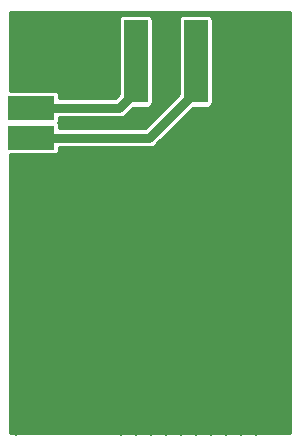
<source format=gbr>
G04 #@! TF.GenerationSoftware,KiCad,Pcbnew,(6.0.0-rc1-dev-205-gc0615c5ef)*
G04 #@! TF.CreationDate,2018-08-06T10:50:12+02:00*
G04 #@! TF.ProjectId,DIODECOVER01A,44494F4445434F5645523031412E6B69,REV*
G04 #@! TF.SameCoordinates,Original*
G04 #@! TF.FileFunction,Copper,L1,Top,Signal*
G04 #@! TF.FilePolarity,Positive*
%FSLAX46Y46*%
G04 Gerber Fmt 4.6, Leading zero omitted, Abs format (unit mm)*
G04 Created by KiCad (PCBNEW (6.0.0-rc1-dev-205-gc0615c5ef)) date 08/06/18 10:50:12*
%MOMM*%
%LPD*%
G01*
G04 APERTURE LIST*
G04 #@! TA.AperFunction,SMDPad,CuDef*
%ADD10R,2.000000X7.000000*%
G04 #@! TD*
G04 #@! TA.AperFunction,SMDPad,CuDef*
%ADD11R,4.000000X2.000000*%
G04 #@! TD*
G04 #@! TA.AperFunction,ComponentPad*
%ADD12R,1.524000X1.524000*%
G04 #@! TD*
G04 #@! TA.AperFunction,ViaPad*
%ADD13C,0.800000*%
G04 #@! TD*
G04 #@! TA.AperFunction,Conductor*
%ADD14C,0.250000*%
G04 #@! TD*
G04 #@! TA.AperFunction,Conductor*
%ADD15C,0.800000*%
G04 #@! TD*
G04 #@! TA.AperFunction,Conductor*
%ADD16C,0.254000*%
G04 #@! TD*
G04 APERTURE END LIST*
D10*
G04 #@! TO.P,D2,1*
G04 #@! TO.N,Net-(D2-Pad1)*
X21590000Y34410000D03*
G04 #@! TO.P,D2,2*
G04 #@! TO.N,/A*
X16510000Y34410000D03*
G04 #@! TD*
D11*
G04 #@! TO.P,J10,2*
G04 #@! TO.N,/A*
X7620000Y30480000D03*
G04 #@! TO.P,J10,1*
G04 #@! TO.N,Net-(D2-Pad1)*
X7620000Y27940000D03*
G04 #@! TD*
D12*
G04 #@! TO.P,J1,3*
G04 #@! TO.N,GND*
X13335000Y3810000D03*
G04 #@! TO.P,J1,2*
X10795000Y3810000D03*
G04 #@! TO.P,J1,1*
X8255000Y3810000D03*
G04 #@! TD*
G04 #@! TO.P,J2,1*
G04 #@! TO.N,GND*
X28575000Y9525000D03*
G04 #@! TO.P,J2,2*
X28575000Y6985000D03*
G04 #@! TO.P,J2,3*
X28575000Y4445000D03*
G04 #@! TD*
G04 #@! TO.P,J3,3*
G04 #@! TO.N,GND*
X28575000Y32385000D03*
G04 #@! TO.P,J3,2*
X28575000Y34925000D03*
G04 #@! TO.P,J3,1*
X28575000Y37465000D03*
G04 #@! TD*
D13*
G04 #@! TO.N,GND*
X6350000Y33020000D03*
X6350000Y34290000D03*
X6350000Y35560000D03*
X6350000Y36830000D03*
X6350000Y38100000D03*
X7620000Y38100000D03*
X8890000Y38100000D03*
X10160000Y38100000D03*
X11430000Y38100000D03*
X12700000Y38100000D03*
X13970000Y38100000D03*
X19050000Y38100000D03*
X24130000Y38100000D03*
X25400000Y38100000D03*
X26670000Y38100000D03*
X6350000Y25400000D03*
X6350000Y24130000D03*
X6350000Y22860000D03*
X6350000Y21590000D03*
X6350000Y20320000D03*
X6350000Y19050000D03*
X6350000Y17780000D03*
X6350000Y16510000D03*
X6350000Y15240000D03*
X6350000Y13970000D03*
X6350000Y12700000D03*
X6350000Y11430000D03*
X6350000Y10160000D03*
X6350000Y8890000D03*
X6350000Y7620000D03*
X6350000Y6350000D03*
X6350000Y5080000D03*
X6350000Y3124000D03*
X15240000Y3124000D03*
X16510000Y3124000D03*
X17780000Y3124000D03*
X19050000Y3124000D03*
X20320000Y3124000D03*
X21590000Y3124000D03*
X22860000Y3124000D03*
X24130000Y3124000D03*
X25400000Y3124000D03*
X26670000Y3124000D03*
X29210000Y11430000D03*
X29210000Y12700000D03*
X29210000Y13970000D03*
X29210000Y15240000D03*
X29210000Y16510000D03*
X29210000Y17780000D03*
X29210000Y19050000D03*
X29210000Y20320000D03*
X29210000Y21590000D03*
X29210000Y22860000D03*
X29210000Y24130000D03*
X29210000Y25400000D03*
X29210000Y26670000D03*
X29210000Y27940000D03*
X29210000Y29210000D03*
X29210000Y30480000D03*
G04 #@! TD*
D14*
G04 #@! TO.N,GND*
X6350000Y35560000D02*
X6350000Y34290000D01*
X6350000Y38100000D02*
X6350000Y36830000D01*
X8890000Y38100000D02*
X7620000Y38100000D01*
X11430000Y38100000D02*
X10160000Y38100000D01*
X13970000Y38100000D02*
X12700000Y38100000D01*
X23730001Y38499999D02*
X19449999Y38499999D01*
X24130000Y38100000D02*
X23730001Y38499999D01*
X19449999Y38499999D02*
X19050000Y38100000D01*
X26670000Y38100000D02*
X25400000Y38100000D01*
X6350000Y24130000D02*
X6350000Y25400000D01*
X6350000Y21590000D02*
X6350000Y22860000D01*
X6350000Y19050000D02*
X6350000Y20320000D01*
X6350000Y16510000D02*
X6350000Y17780000D01*
X6350000Y13970000D02*
X6350000Y15240000D01*
X6350000Y11430000D02*
X6350000Y12700000D01*
X6350000Y8890000D02*
X6350000Y10160000D01*
X6350000Y6350000D02*
X6350000Y7620000D01*
X6350000Y3124000D02*
X6350000Y5080000D01*
X16510000Y3124000D02*
X15240000Y3124000D01*
X19050000Y3124000D02*
X17780000Y3124000D01*
X21590000Y3124000D02*
X20320000Y3124000D01*
X24130000Y3124000D02*
X22860000Y3124000D01*
X26670000Y3124000D02*
X25400000Y3124000D01*
X29210000Y13970000D02*
X29210000Y12700000D01*
X29210000Y16510000D02*
X29210000Y15240000D01*
X29210000Y19050000D02*
X29210000Y17780000D01*
X29210000Y21590000D02*
X29210000Y20320000D01*
X29210000Y24130000D02*
X29210000Y22860000D01*
X29210000Y26670000D02*
X29210000Y25400000D01*
X29210000Y29210000D02*
X29210000Y27940000D01*
X28575000Y31115000D02*
X29210000Y30480000D01*
X28575000Y32385000D02*
X28575000Y31115000D01*
D15*
G04 #@! TO.N,/A*
X16510000Y34410000D02*
X16510000Y31910000D01*
X16510000Y31910000D02*
X15080000Y30480000D01*
X15080000Y30480000D02*
X10420000Y30480000D01*
X10420000Y30480000D02*
X7620000Y30480000D01*
G04 #@! TO.N,Net-(D2-Pad1)*
X7620000Y27940000D02*
X17620000Y27940000D01*
X17620000Y27940000D02*
X21590000Y31910000D01*
X21590000Y31910000D02*
X21590000Y34410000D01*
G04 #@! TD*
D16*
G04 #@! TO.N,GND*
G36*
X29553001Y2897000D02*
X5861000Y2897000D01*
X5861000Y26504635D01*
X9620000Y26504635D01*
X9786607Y26537775D01*
X9927850Y26632150D01*
X10022225Y26773393D01*
X10055365Y26940000D01*
X10055365Y27113000D01*
X17538556Y27113000D01*
X17620000Y27096800D01*
X17701444Y27113000D01*
X17701448Y27113000D01*
X17942679Y27160984D01*
X18216233Y27343767D01*
X18262372Y27412819D01*
X21324189Y30474635D01*
X22590000Y30474635D01*
X22756607Y30507775D01*
X22897850Y30602150D01*
X22992225Y30743393D01*
X23025365Y30910000D01*
X23025365Y37910000D01*
X22992225Y38076607D01*
X22897850Y38217850D01*
X22756607Y38312225D01*
X22590000Y38345365D01*
X20590000Y38345365D01*
X20423393Y38312225D01*
X20282150Y38217850D01*
X20187775Y38076607D01*
X20154635Y37910000D01*
X20154635Y31644189D01*
X17277447Y28767000D01*
X10055365Y28767000D01*
X10055365Y28940000D01*
X10022225Y29106607D01*
X9953140Y29210000D01*
X10022225Y29313393D01*
X10055365Y29480000D01*
X10055365Y29653000D01*
X14998556Y29653000D01*
X15080000Y29636800D01*
X15161444Y29653000D01*
X15161448Y29653000D01*
X15402679Y29700984D01*
X15676233Y29883767D01*
X15722372Y29952819D01*
X16244189Y30474635D01*
X17510000Y30474635D01*
X17676607Y30507775D01*
X17817850Y30602150D01*
X17912225Y30743393D01*
X17945365Y30910000D01*
X17945365Y37910000D01*
X17912225Y38076607D01*
X17817850Y38217850D01*
X17676607Y38312225D01*
X17510000Y38345365D01*
X15510000Y38345365D01*
X15343393Y38312225D01*
X15202150Y38217850D01*
X15107775Y38076607D01*
X15074635Y37910000D01*
X15074635Y31644189D01*
X14737447Y31307000D01*
X10055365Y31307000D01*
X10055365Y31480000D01*
X10022225Y31646607D01*
X9927850Y31787850D01*
X9786607Y31882225D01*
X9620000Y31915365D01*
X5861000Y31915365D01*
X5861000Y38589000D01*
X29553000Y38589000D01*
X29553001Y2897000D01*
X29553001Y2897000D01*
G37*
X29553001Y2897000D02*
X5861000Y2897000D01*
X5861000Y26504635D01*
X9620000Y26504635D01*
X9786607Y26537775D01*
X9927850Y26632150D01*
X10022225Y26773393D01*
X10055365Y26940000D01*
X10055365Y27113000D01*
X17538556Y27113000D01*
X17620000Y27096800D01*
X17701444Y27113000D01*
X17701448Y27113000D01*
X17942679Y27160984D01*
X18216233Y27343767D01*
X18262372Y27412819D01*
X21324189Y30474635D01*
X22590000Y30474635D01*
X22756607Y30507775D01*
X22897850Y30602150D01*
X22992225Y30743393D01*
X23025365Y30910000D01*
X23025365Y37910000D01*
X22992225Y38076607D01*
X22897850Y38217850D01*
X22756607Y38312225D01*
X22590000Y38345365D01*
X20590000Y38345365D01*
X20423393Y38312225D01*
X20282150Y38217850D01*
X20187775Y38076607D01*
X20154635Y37910000D01*
X20154635Y31644189D01*
X17277447Y28767000D01*
X10055365Y28767000D01*
X10055365Y28940000D01*
X10022225Y29106607D01*
X9953140Y29210000D01*
X10022225Y29313393D01*
X10055365Y29480000D01*
X10055365Y29653000D01*
X14998556Y29653000D01*
X15080000Y29636800D01*
X15161444Y29653000D01*
X15161448Y29653000D01*
X15402679Y29700984D01*
X15676233Y29883767D01*
X15722372Y29952819D01*
X16244189Y30474635D01*
X17510000Y30474635D01*
X17676607Y30507775D01*
X17817850Y30602150D01*
X17912225Y30743393D01*
X17945365Y30910000D01*
X17945365Y37910000D01*
X17912225Y38076607D01*
X17817850Y38217850D01*
X17676607Y38312225D01*
X17510000Y38345365D01*
X15510000Y38345365D01*
X15343393Y38312225D01*
X15202150Y38217850D01*
X15107775Y38076607D01*
X15074635Y37910000D01*
X15074635Y31644189D01*
X14737447Y31307000D01*
X10055365Y31307000D01*
X10055365Y31480000D01*
X10022225Y31646607D01*
X9927850Y31787850D01*
X9786607Y31882225D01*
X9620000Y31915365D01*
X5861000Y31915365D01*
X5861000Y38589000D01*
X29553000Y38589000D01*
X29553001Y2897000D01*
G04 #@! TD*
M02*

</source>
